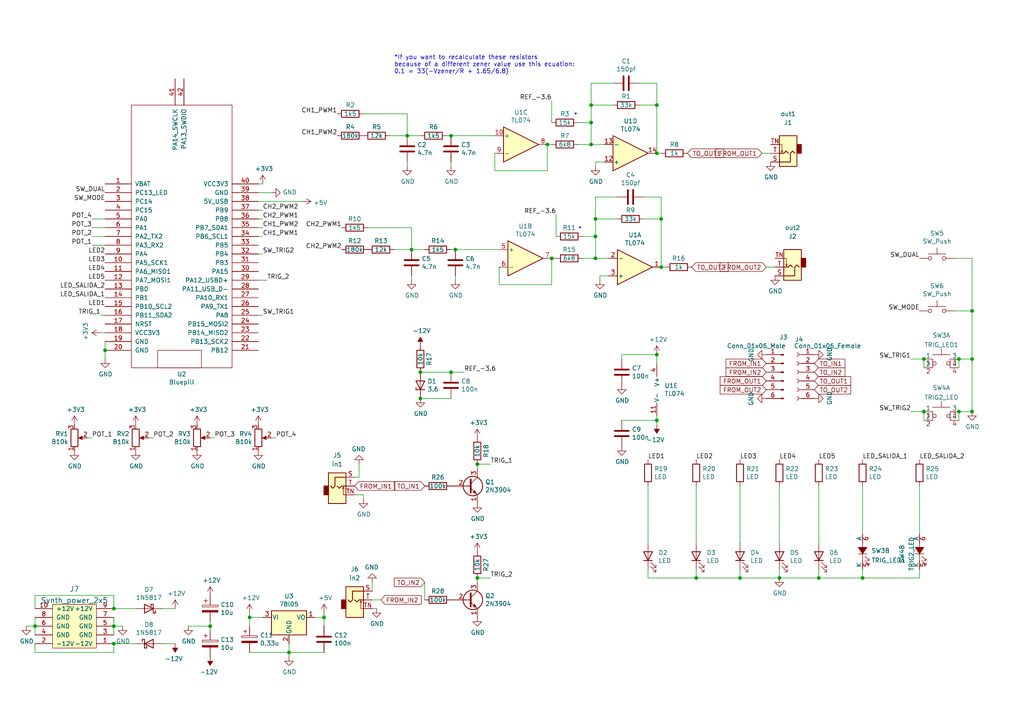
<source format=kicad_sch>
(kicad_sch (version 20211123) (generator eeschema)
  (paper "A4")
  (junction (at 278.13 119.38))
  (junction (at 190.5 44.45))
  (junction (at 171.45 41.91))
  (junction (at 130.81 39.37))
  (junction (at 171.45 35.56))
  (junction (at 267.97 104.14))
  (junction (at 138.43 167.64))
  (junction (at 33.02 186.69))
  (junction (at 250.19 167.64))
  (junction (at 130.81 107.95))
  (junction (at 172.72 74.93))
  (junction (at 121.92 115.57))
  (junction (at 33.02 181.61))
  (junction (at 190.5 102.87))
  (junction (at 33.02 176.53))
  (junction (at 191.77 77.47))
  (junction (at 60.96 181.61))
  (junction (at 190.5 30.48))
  (junction (at 278.13 104.14))
  (junction (at 30.48 101.6))
  (junction (at 190.5 121.92))
  (junction (at 10.16 181.61))
  (junction (at 72.39 179.07))
  (junction (at 214.63 167.64))
  (junction (at 119.38 72.39))
  (junction (at 121.92 107.95))
  (junction (at 172.72 68.58))
  (junction (at 267.97 119.38))
  (junction (at 83.82 189.23))
  (junction (at 171.45 30.48))
  (junction (at 132.08 72.39))
  (junction (at 281.94 104.14))
  (junction (at 237.49 167.64))
  (junction (at 281.94 90.17))
  (junction (at 93.98 179.07))
  (junction (at 118.11 39.37))
  (junction (at 191.77 63.5))
  (junction (at 158.75 41.91))
  (junction (at 160.02 74.93))
  (junction (at 138.43 134.62))
  (junction (at 172.72 63.5))
  (junction (at 226.06 167.64))
  (junction (at 201.93 167.64))
  (junction (at 281.94 119.38))
  (wire (pts (xy 10.16 179.07) (xy 10.16 181.61)))
  (wire (pts (xy 171.45 30.48) (xy 177.8 30.48)))
  (wire (pts (xy 102.87 138.43) (xy 104.14 138.43)))
  (wire (pts (xy 158.75 49.53) (xy 158.75 41.91)))
  (wire (pts (xy 10.16 189.23) (xy 33.02 189.23)))
  (wire (pts (xy 226.06 140.97) (xy 226.06 157.48)))
  (wire (pts (xy 191.77 63.5) (xy 191.77 77.47)))
  (wire (pts (xy 226.06 167.64) (xy 237.49 167.64)))
  (wire (pts (xy 185.42 30.48) (xy 190.5 30.48)))
  (wire (pts (xy 187.96 140.97) (xy 187.96 157.48)))
  (wire (pts (xy 172.72 46.99) (xy 175.26 46.99)))
  (wire (pts (xy 33.02 179.07) (xy 33.02 181.61)))
  (wire (pts (xy 105.41 143.51) (xy 105.41 144.78)))
  (wire (pts (xy 83.82 189.23) (xy 93.98 189.23)))
  (wire (pts (xy 121.92 115.57) (xy 130.81 115.57)))
  (wire (pts (xy 83.82 186.69) (xy 83.82 189.23)))
  (wire (pts (xy 190.5 121.92) (xy 190.5 120.65)))
  (wire (pts (xy 30.48 101.6) (xy 30.48 99.06)))
  (wire (pts (xy 50.8 176.53) (xy 46.99 176.53)))
  (wire (pts (xy 26.67 66.04) (xy 30.48 66.04)))
  (wire (pts (xy 167.64 35.56) (xy 171.45 35.56)))
  (wire (pts (xy 72.39 179.07) (xy 76.2 179.07)))
  (wire (pts (xy 33.02 172.72) (xy 33.02 176.53)))
  (wire (pts (xy 93.98 179.07) (xy 93.98 181.61)))
  (wire (pts (xy 76.2 68.58) (xy 74.93 68.58)))
  (wire (pts (xy 30.48 104.14) (xy 30.48 101.6)))
  (wire (pts (xy 264.16 119.38) (xy 267.97 119.38)))
  (wire (pts (xy 26.67 68.58) (xy 30.48 68.58)))
  (wire (pts (xy 214.63 140.97) (xy 214.63 157.48)))
  (wire (pts (xy 190.5 121.92) (xy 190.5 123.19)))
  (wire (pts (xy 74.93 63.5) (xy 76.2 63.5)))
  (wire (pts (xy 10.16 181.61) (xy 10.16 184.15)))
  (wire (pts (xy 76.2 73.66) (xy 74.93 73.66)))
  (wire (pts (xy 132.08 80.01) (xy 132.08 81.28)))
  (wire (pts (xy 237.49 167.64) (xy 250.19 167.64)))
  (wire (pts (xy 143.51 44.45) (xy 143.51 49.53)))
  (wire (pts (xy 266.7 167.64) (xy 266.7 165.1)))
  (wire (pts (xy 173.99 81.28) (xy 173.99 80.01)))
  (wire (pts (xy 105.41 33.02) (xy 118.11 33.02)))
  (wire (pts (xy 167.64 41.91) (xy 171.45 41.91)))
  (wire (pts (xy 278.13 104.14) (xy 278.13 106.68)))
  (wire (pts (xy 144.78 82.55) (xy 160.02 82.55)))
  (wire (pts (xy 113.03 39.37) (xy 118.11 39.37)))
  (wire (pts (xy 172.72 48.26) (xy 172.72 46.99)))
  (wire (pts (xy 278.13 104.14) (xy 281.94 104.14)))
  (wire (pts (xy 72.39 189.23) (xy 83.82 189.23)))
  (wire (pts (xy 119.38 80.01) (xy 119.38 81.28)))
  (wire (pts (xy 266.7 140.97) (xy 266.7 154.94)))
  (wire (pts (xy 191.77 57.15) (xy 191.77 63.5)))
  (wire (pts (xy 60.96 181.61) (xy 60.96 182.88)))
  (wire (pts (xy 119.38 66.04) (xy 119.38 72.39)))
  (wire (pts (xy 74.93 55.88) (xy 78.74 55.88)))
  (wire (pts (xy 93.98 177.8) (xy 93.98 179.07)))
  (wire (pts (xy 130.81 46.99) (xy 130.81 48.26)))
  (wire (pts (xy 130.81 107.95) (xy 134.62 107.95)))
  (wire (pts (xy 190.5 30.48) (xy 190.5 44.45)))
  (wire (pts (xy 267.97 104.14) (xy 267.97 106.68)))
  (wire (pts (xy 172.72 68.58) (xy 172.72 63.5)))
  (wire (pts (xy 276.86 74.93) (xy 281.94 74.93)))
  (wire (pts (xy 173.99 80.01) (xy 176.53 80.01)))
  (wire (pts (xy 107.95 168.91) (xy 107.95 171.45)))
  (wire (pts (xy 201.93 140.97) (xy 201.93 157.48)))
  (wire (pts (xy 74.93 66.04) (xy 76.2 66.04)))
  (wire (pts (xy 214.63 167.64) (xy 226.06 167.64)))
  (wire (pts (xy 46.99 186.69) (xy 50.8 186.69)))
  (wire (pts (xy 118.11 33.02) (xy 118.11 39.37)))
  (wire (pts (xy 33.02 189.23) (xy 33.02 186.69)))
  (wire (pts (xy 106.68 66.04) (xy 119.38 66.04)))
  (wire (pts (xy 143.51 49.53) (xy 158.75 49.53)))
  (wire (pts (xy 190.5 102.87) (xy 190.5 105.41)))
  (wire (pts (xy 190.5 24.13) (xy 190.5 30.48)))
  (wire (pts (xy 250.19 165.1) (xy 250.19 167.64)))
  (wire (pts (xy 114.3 72.39) (xy 119.38 72.39)))
  (wire (pts (xy 160.02 82.55) (xy 160.02 74.93)))
  (wire (pts (xy 187.96 167.64) (xy 201.93 167.64)))
  (wire (pts (xy 201.93 165.1) (xy 201.93 167.64)))
  (wire (pts (xy 281.94 104.14) (xy 281.94 90.17)))
  (wire (pts (xy 190.5 44.45) (xy 191.77 44.45)))
  (wire (pts (xy 237.49 140.97) (xy 237.49 157.48)))
  (wire (pts (xy 107.95 176.53) (xy 109.22 176.53)))
  (wire (pts (xy 250.19 167.64) (xy 266.7 167.64)))
  (wire (pts (xy 267.97 119.38) (xy 267.97 121.92)))
  (wire (pts (xy 168.91 68.58) (xy 172.72 68.58)))
  (wire (pts (xy 130.81 72.39) (xy 132.08 72.39)))
  (wire (pts (xy 281.94 90.17) (xy 281.94 74.93)))
  (wire (pts (xy 60.96 181.61) (xy 60.96 180.34)))
  (wire (pts (xy 62.23 127) (xy 60.96 127)))
  (wire (pts (xy 177.8 24.13) (xy 171.45 24.13)))
  (wire (pts (xy 33.02 186.69) (xy 39.37 186.69)))
  (wire (pts (xy 80.01 127) (xy 78.74 127)))
  (wire (pts (xy 226.06 165.1) (xy 226.06 167.64)))
  (wire (pts (xy 118.11 39.37) (xy 121.92 39.37)))
  (wire (pts (xy 104.14 134.62) (xy 104.14 138.43)))
  (wire (pts (xy 102.87 143.51) (xy 105.41 143.51)))
  (wire (pts (xy 264.16 104.14) (xy 267.97 104.14)))
  (wire (pts (xy 26.67 71.12) (xy 30.48 71.12)))
  (wire (pts (xy 29.21 91.44) (xy 30.48 91.44)))
  (wire (pts (xy 129.54 39.37) (xy 130.81 39.37)))
  (wire (pts (xy 138.43 134.62) (xy 138.43 135.89)))
  (wire (pts (xy 172.72 63.5) (xy 179.07 63.5)))
  (wire (pts (xy 107.95 173.99) (xy 110.49 173.99)))
  (wire (pts (xy 168.91 74.93) (xy 172.72 74.93)))
  (wire (pts (xy 158.75 41.91) (xy 160.02 41.91)))
  (wire (pts (xy 54.61 181.61) (xy 60.96 181.61)))
  (wire (pts (xy 10.16 172.72) (xy 33.02 172.72)))
  (wire (pts (xy 26.67 63.5) (xy 30.48 63.5)))
  (wire (pts (xy 72.39 181.61) (xy 72.39 179.07)))
  (wire (pts (xy 172.72 57.15) (xy 172.72 63.5)))
  (wire (pts (xy 250.19 140.97) (xy 250.19 154.94)))
  (wire (pts (xy 171.45 41.91) (xy 175.26 41.91)))
  (wire (pts (xy 276.86 90.17) (xy 281.94 90.17)))
  (wire (pts (xy 26.67 127) (xy 25.4 127)))
  (wire (pts (xy 172.72 68.58) (xy 172.72 74.93)))
  (wire (pts (xy 7.62 181.61) (xy 10.16 181.61)))
  (wire (pts (xy 180.34 102.87) (xy 180.34 104.14)))
  (wire (pts (xy 76.2 91.44) (xy 74.93 91.44)))
  (wire (pts (xy 132.08 72.39) (xy 144.78 72.39)))
  (wire (pts (xy 171.45 24.13) (xy 171.45 30.48)))
  (wire (pts (xy 278.13 119.38) (xy 281.94 119.38)))
  (wire (pts (xy 83.82 190.5) (xy 83.82 189.23)))
  (wire (pts (xy 10.16 176.53) (xy 10.16 172.72)))
  (wire (pts (xy 121.92 107.95) (xy 130.81 107.95)))
  (wire (pts (xy 220.98 44.45) (xy 223.52 44.45)))
  (wire (pts (xy 180.34 121.92) (xy 190.5 121.92)))
  (wire (pts (xy 74.93 53.34) (xy 76.2 53.34)))
  (wire (pts (xy 44.45 127) (xy 43.18 127)))
  (wire (pts (xy 171.45 35.56) (xy 171.45 41.91)))
  (wire (pts (xy 187.96 165.1) (xy 187.96 167.64)))
  (wire (pts (xy 161.29 62.23) (xy 161.29 68.58)))
  (wire (pts (xy 160.02 74.93) (xy 161.29 74.93)))
  (wire (pts (xy 222.25 77.47) (xy 224.79 77.47)))
  (wire (pts (xy 142.24 167.64) (xy 138.43 167.64)))
  (wire (pts (xy 191.77 77.47) (xy 193.04 77.47)))
  (wire (pts (xy 35.56 181.61) (xy 33.02 181.61)))
  (wire (pts (xy 190.5 102.87) (xy 180.34 102.87)))
  (wire (pts (xy 278.13 121.92) (xy 278.13 119.38)))
  (wire (pts (xy 276.86 104.14) (xy 278.13 104.14)))
  (wire (pts (xy 119.38 72.39) (xy 123.19 72.39)))
  (wire (pts (xy 144.78 77.47) (xy 144.78 82.55)))
  (wire (pts (xy 171.45 35.56) (xy 171.45 30.48)))
  (wire (pts (xy 118.11 46.99) (xy 118.11 48.26)))
  (wire (pts (xy 76.2 60.96) (xy 74.93 60.96)))
  (wire (pts (xy 29.21 96.52) (xy 30.48 96.52)))
  (wire (pts (xy 72.39 177.8) (xy 72.39 179.07)))
  (wire (pts (xy 201.93 167.64) (xy 214.63 167.64)))
  (wire (pts (xy 77.47 81.28) (xy 74.93 81.28)))
  (wire (pts (xy 130.81 39.37) (xy 143.51 39.37)))
  (wire (pts (xy 142.24 134.62) (xy 138.43 134.62)))
  (wire (pts (xy 186.69 57.15) (xy 191.77 57.15)))
  (wire (pts (xy 186.69 63.5) (xy 191.77 63.5)))
  (wire (pts (xy 214.63 165.1) (xy 214.63 167.64)))
  (wire (pts (xy 237.49 167.64) (xy 237.49 165.1)))
  (wire (pts (xy 74.93 58.42) (xy 87.63 58.42)))
  (wire (pts (xy 10.16 186.69) (xy 10.16 189.23)))
  (wire (pts (xy 123.19 168.91) (xy 123.19 173.99)))
  (wire (pts (xy 281.94 119.38) (xy 281.94 104.14)))
  (wire (pts (xy 33.02 176.53) (xy 39.37 176.53)))
  (wire (pts (xy 91.44 179.07) (xy 93.98 179.07)))
  (wire (pts (xy 138.43 167.64) (xy 138.43 168.91)))
  (wire (pts (xy 160.02 29.21) (xy 160.02 35.56)))
  (wire (pts (xy 33.02 181.61) (xy 33.02 184.15)))
  (wire (pts (xy 185.42 24.13) (xy 190.5 24.13)))
  (wire (pts (xy 172.72 74.93) (xy 176.53 74.93)))
  (wire (pts (xy 179.07 57.15) (xy 172.72 57.15)))
  (text "*" (at 167.64 67.31 0) (effects (font (size 1.27 1.27)) (justify left bottom)))
  (text "*" (at 166.37 34.29 0) (effects (font (size 1.27 1.27)) (justify left bottom)))
  (text "*If you want to recalculate these resistors \nbecause of a different zener value use this ecuation:\n0.1 = 33(-Vzener/R + 1.65/6.8)" (at 114.3 21.59 0) (effects (font (size 1.27 1.27)) (justify left bottom)))
  (label "LED5" (at 237.49 133.35 0))
  (label "TRIG_1" (at 29.21 91.44 180))
  (label "REF_-3.6" (at 161.29 62.23 180))
  (label "POT_1" (at 26.67 71.12 180))
  (label "SW_DUAL" (at 30.48 55.88 180))
  (label "TRIG_1" (at 142.24 134.62 0))
  (label "CH1_PWM2" (at 97.79 39.37 180))
  (label "POT_3" (at 62.23 127 0))
  (label "CH2_PWM1" (at 99.06 66.04 180))
  (label "LED1" (at 187.96 133.35 0))
  (label "SW_MODE" (at 30.48 58.42 180))
  (label "SW_MODE" (at 266.7 90.17 180))
  (label "SW_TRIG1" (at 76.2 91.44 0))
  (label "SW_TRIG2" (at 76.2 73.66 0))
  (label "LED2" (at 30.48 73.66 180))
  (label "POT_4" (at 80.01 127 0))
  (label "CH2_PWM2" (at 76.2 60.96 0))
  (label "LED1" (at 30.48 88.9 180))
  (label "SW_TRIG1" (at 264.16 104.14 180))
  (label "LED_SALIDA_1" (at 250.19 133.35 0))
  (label "POT_4" (at 26.67 63.5 180))
  (label "CH1_PWM1" (at 97.79 33.02 180))
  (label "POT_2" (at 26.67 68.58 180))
  (label "CH2_PWM1" (at 76.2 63.5 0))
  (label "LED3" (at 214.63 133.35 0))
  (label "TRIG_2" (at 77.47 81.28 0))
  (label "LED_SALIDA_2" (at 30.48 83.82 180))
  (label "LED_SALIDA_1" (at 30.48 86.36 180))
  (label "POT_1" (at 26.67 127 0))
  (label "LED4" (at 226.06 133.35 0))
  (label "TRIG_2" (at 142.24 167.64 0))
  (label "CH1_PWM2" (at 76.2 66.04 0))
  (label "LED5" (at 30.48 81.28 180))
  (label "POT_3" (at 26.67 66.04 180))
  (label "CH2_PWM2" (at 99.06 72.39 180))
  (label "SW_TRIG2" (at 264.16 119.38 180))
  (label "REF_-3.6" (at 134.62 107.95 0))
  (label "LED2" (at 201.93 133.35 0))
  (label "LED4" (at 30.48 78.74 180))
  (label "POT_2" (at 44.45 127 0))
  (label "SW_DUAL" (at 266.7 74.93 180))
  (label "LED3" (at 30.48 76.2 180))
  (label "REF_-3.6" (at 160.02 29.21 180))
  (label "CH1_PWM1" (at 76.2 68.58 0))
  (label "LED_SALIDA_2" (at 266.7 133.35 0))
  (global_label "FROM_IN1" (shape input) (at 222.25 105.41 180) (property "Intersheet References" "${INTERSHEET_REFS}" (effects hide)))
  (global_label "FROM_OUT2" (shape input) (at 222.25 113.03 180) (property "Intersheet References" "${INTERSHEET_REFS}" (effects hide)))
  (global_label "TO_IN1" (shape input) (at 236.22 105.41 0) (property "Intersheet References" "${INTERSHEET_REFS}" (effects hide)))
  (global_label "TO_IN2" (shape input) (at 236.22 107.95 0) (property "Intersheet References" "${INTERSHEET_REFS}" (effects hide)))
  (global_label "TO_OUT1" (shape input) (at 199.39 44.45 0) (property "Intersheet References" "${INTERSHEET_REFS}" (effects hide)))
  (global_label "FROM_OUT1" (shape input) (at 220.98 44.45 180) (property "Intersheet References" "${INTERSHEET_REFS}" (effects hide)))
  (global_label "FROM_IN2" (shape input) (at 222.25 107.95 180) (property "Intersheet References" "${INTERSHEET_REFS}" (effects hide)))
  (global_label "TO_OUT2" (shape input) (at 200.66 77.47 0) (property "Intersheet References" "${INTERSHEET_REFS}" (effects hide)))
  (global_label "TO_IN2" (shape input) (at 123.19 168.91 180) (property "Intersheet References" "${INTERSHEET_REFS}" (effects hide)))
  (global_label "FROM_OUT2" (shape input) (at 222.25 77.47 180) (property "Intersheet References" "${INTERSHEET_REFS}" (effects hide)))
  (global_label "FROM_IN1" (shape input) (at 102.87 140.97 0) (property "Intersheet References" "${INTERSHEET_REFS}" (effects hide)))
  (global_label "TO_IN1" (shape input) (at 123.19 140.97 180) (property "Intersheet References" "${INTERSHEET_REFS}" (effects hide)))
  (global_label "FROM_IN2" (shape input) (at 110.49 173.99 0) (property "Intersheet References" "${INTERSHEET_REFS}" (effects hide)))
  (global_label "TO_OUT1" (shape input) (at 236.22 110.49 0) (property "Intersheet References" "${INTERSHEET_REFS}" (effects hide)))
  (global_label "TO_OUT2" (shape input) (at 236.22 113.03 0) (property "Intersheet References" "${INTERSHEET_REFS}" (effects hide)))
  (global_label "FROM_OUT1" (shape input) (at 222.25 110.49 180) (property "Intersheet References" "${INTERSHEET_REFS}" (effects hide)))
  (symbol (lib_id "bluepill_breakouts:BluePill_STM32F103C") (at 52.07 71.12 0) (unit 1)
    (property "Reference" "U2" (at 52.705 108.5342 0))
    (property "Value" "Bluepill" (at 52.705 110.8456 0))
    (property "Footprint" "ao_tht:BluePill_STM32F103C" (effects hide))
    (property "Datasheet" "http://www.ti.com/lit/ds/symlink/tl071.pdf" (effects hide))
  )
  (symbol (lib_id "power:-12V") (at 50.8 186.69 180) (unit 1)
    (property "Reference" "#PWR049" (effects hide))
    (property "Value" "-12V" (at 50.419 191.0842 0))
  )
  (symbol (lib_id "Diode:1N5817") (at 43.18 186.69 0) (unit 1)
    (property "Reference" "D8" (at 43.18 181.1782 0))
    (property "Value" "1N5817" (at 43.18 183.4896 0))
    (property "Footprint" "ao_tht:D_DO-41_SOD81_P10.16mm_Horizontal" (effects hide))
    (property "Datasheet" "http://www.vishay.com/docs/88525/1n5817.pdf" (effects hide))
  )
  (symbol (lib_id "Diode:1N5817") (at 43.18 176.53 180) (unit 1)
    (property "Reference" "D7" (at 43.18 171.0182 0))
    (property "Value" "1N5817" (at 43.18 173.3296 0))
    (property "Footprint" "ao_tht:D_DO-41_SOD81_P10.16mm_Horizontal" (effects hide))
    (property "Datasheet" "http://www.vishay.com/docs/88525/1n5817.pdf" (effects hide))
  )
  (symbol (lib_id "power:+12V") (at 50.8 176.53 0) (unit 1)
    (property "Reference" "#PWR041" (effects hide))
    (property "Value" "+12V" (at 51.181 172.1358 0))
  )
  (symbol (lib_id "power:GND") (at 7.62 181.61 0) (unit 1)
    (property "Reference" "#PWR046" (effects hide))
    (property "Value" "GND" (at 7.747 186.0042 0))
  )
  (symbol (lib_id "power:GND") (at 35.56 181.61 0) (unit 1)
    (property "Reference" "#PWR047" (effects hide))
    (property "Value" "GND" (at 35.687 186.0042 0))
  )
  (symbol (lib_id "Device:CP") (at 60.96 176.53 0) (unit 1)
    (property "Reference" "C10" (at 63.9572 175.3616 0) (effects (justify left)))
    (property "Value" "10u" (at 63.9572 177.673 0) (effects (justify left)))
    (property "Footprint" "ao_tht:CP_Radial_horizontalflat_D5mm_P2.50mm_H10mm_south" (effects hide))
  )
  (symbol (lib_id "Device:CP") (at 60.96 186.69 0) (unit 1)
    (property "Reference" "C13" (at 63.9572 185.5216 0) (effects (justify left)))
    (property "Value" "10u" (at 63.9572 187.833 0) (effects (justify left)))
    (property "Footprint" "ao_tht:CP_Radial_horizontalflat_D5mm_P2.50mm_H10mm_south" (effects hide))
  )
  (symbol (lib_id "power:GND") (at 54.61 181.61 0) (unit 1)
    (property "Reference" "#PWR048" (effects hide))
    (property "Value" "GND" (at 54.737 186.0042 0))
  )
  (symbol (lib_id "power:-12V") (at 60.96 190.5 180) (unit 1)
    (property "Reference" "#PWR050" (effects hide))
    (property "Value" "-12V" (at 60.579 194.8942 0))
  )
  (symbol (lib_id "power:+12V") (at 60.96 172.72 0) (unit 1)
    (property "Reference" "#PWR040" (effects hide))
    (property "Value" "+12V" (at 61.341 168.3258 0))
  )
  (symbol (lib_id "Regulator_Linear:L78L05_TO92") (at 83.82 179.07 0) (unit 1)
    (property "Reference" "U3" (at 83.82 172.9232 0))
    (property "Value" "78l05" (at 83.82 175.2346 0))
    (property "Footprint" "Package_TO_SOT_THT:TO-220-3_Horizontal_TabDown" (effects hide))
    (property "Datasheet" "http://www.ti.com/lit/ds/symlink/tl071.pdf" (effects hide))
  )
  (symbol (lib_id "power:GND") (at 83.82 190.5 0) (unit 1)
    (property "Reference" "#PWR051" (effects hide))
    (property "Value" "GND" (at 83.947 194.8942 0))
  )
  (symbol (lib_id "Device:CP") (at 72.39 185.42 0) (unit 1)
    (property "Reference" "C11" (at 75.3872 184.2516 0) (effects (justify left)))
    (property "Value" "0.33u" (at 75.3872 186.563 0) (effects (justify left)))
    (property "Footprint" "ao_tht:CP_Radial_horizontalflat_D5mm_P2.50mm_H10mm_south" (effects hide))
  )
  (symbol (lib_id "power:+12V") (at 72.39 177.8 0) (unit 1)
    (property "Reference" "#PWR043" (effects hide))
    (property "Value" "+12V" (at 72.771 173.4058 0))
  )
  (symbol (lib_id "Device:C") (at 93.98 185.42 0) (unit 1)
    (property "Reference" "C12" (at 96.901 184.2516 0) (effects (justify left)))
    (property "Value" "100n" (at 96.901 186.563 0) (effects (justify left)))
    (property "Footprint" "ao_tht:C_Disc_D3.0mm_W1.6mm_P2.50mm" (effects hide))
  )
  (symbol (lib_id "power:+5V") (at 93.98 177.8 0) (unit 1)
    (property "Reference" "#PWR044" (effects hide))
    (property "Value" "+5V" (at 94.361 173.4058 0))
  )
  (symbol (lib_id "Device:R_POT") (at 21.59 127 0) (mirror x) (unit 1)
    (property "Reference" "RV1" (at 19.812 125.8316 0) (effects (justify right)))
    (property "Value" "B10k" (at 19.812 128.143 0) (effects (justify right)))
    (property "Footprint" "ao_tht:Potentiometer_Alpha_RD901F-40-00D_Single_Vertical_centered" (effects hide))
  )
  (symbol (lib_id "power:+3.3V") (at 76.2 53.34 0) (unit 1)
    (property "Reference" "#PWR05" (effects hide))
    (property "Value" "+3.3V" (at 76.581 48.9458 0))
  )
  (symbol (lib_id "power:+3.3V") (at 21.59 123.19 0) (unit 1)
    (property "Reference" "#PWR023" (effects hide))
    (property "Value" "+3.3V" (at 21.971 118.7958 0))
  )
  (symbol (lib_id "power:GND") (at 21.59 130.81 0) (unit 1)
    (property "Reference" "#PWR030" (effects hide))
    (property "Value" "GND" (at 21.717 135.2042 0))
  )
  (symbol (lib_id "Device:R_POT") (at 39.37 127 0) (mirror x) (unit 1)
    (property "Reference" "RV2" (at 37.592 125.8316 0) (effects (justify right)))
    (property "Value" "B10k" (at 37.592 128.143 0) (effects (justify right)))
    (property "Footprint" "ao_tht:Potentiometer_Alpha_RD901F-40-00D_Single_Vertical_centered" (effects hide))
  )
  (symbol (lib_id "power:+3.3V") (at 39.37 123.19 0) (unit 1)
    (property "Reference" "#PWR024" (effects hide))
    (property "Value" "+3.3V" (at 39.751 118.7958 0))
  )
  (symbol (lib_id "power:GND") (at 39.37 130.81 0) (unit 1)
    (property "Reference" "#PWR031" (effects hide))
    (property "Value" "GND" (at 39.497 135.2042 0))
  )
  (symbol (lib_id "Device:R_POT") (at 57.15 127 0) (mirror x) (unit 1)
    (property "Reference" "RV3" (at 55.372 125.8316 0) (effects (justify right)))
    (property "Value" "B10k" (at 55.372 128.143 0) (effects (justify right)))
    (property "Footprint" "ao_tht:Potentiometer_Alpha_RD901F-40-00D_Single_Vertical_centered" (effects hide))
  )
  (symbol (lib_id "power:+3.3V") (at 57.15 123.19 0) (unit 1)
    (property "Reference" "#PWR025" (effects hide))
    (property "Value" "+3.3V" (at 57.531 118.7958 0))
  )
  (symbol (lib_id "power:GND") (at 57.15 130.81 0) (unit 1)
    (property "Reference" "#PWR032" (effects hide))
    (property "Value" "GND" (at 57.277 135.2042 0))
  )
  (symbol (lib_id "Device:R_POT") (at 74.93 127 0) (mirror x) (unit 1)
    (property "Reference" "RV4" (at 73.152 125.8316 0) (effects (justify right)))
    (property "Value" "B10k" (at 73.152 128.143 0) (effects (justify right)))
    (property "Footprint" "ao_tht:Potentiometer_Alpha_RD901F-40-00D_Single_Vertical_centered" (effects hide))
  )
  (symbol (lib_id "power:+3.3V") (at 74.93 123.19 0) (unit 1)
    (property "Reference" "#PWR026" (effects hide))
    (property "Value" "+3.3V" (at 75.311 118.7958 0))
  )
  (symbol (lib_id "power:GND") (at 74.93 130.81 0) (unit 1)
    (property "Reference" "#PWR033" (effects hide))
    (property "Value" "GND" (at 75.057 135.2042 0))
  )
  (symbol (lib_id "power:+3.3V") (at 29.21 96.52 90) (unit 1)
    (property "Reference" "#PWR012" (effects hide))
    (property "Value" "+3.3V" (at 24.8158 96.139 0))
  )
  (symbol (lib_id "Connector:AudioJack2_SwitchT") (at 97.79 140.97 0) (unit 1)
    (property "Reference" "J5" (at 97.79 132.08 0))
    (property "Value" "in1" (at 97.79 134.62 0))
    (property "Footprint" "ao_tht:Jack_6.35mm_PJ_629HAN_slots" (effects hide))
  )
  (symbol (lib_id "Transistor_BJT:2N3904") (at 135.89 140.97 0) (unit 1)
    (property "Reference" "Q1" (at 140.716 139.8016 0) (effects (justify left)))
    (property "Value" "2N3904" (at 140.716 142.113 0) (effects (justify left)))
    (property "Footprint" "ao_tht:TO-92_Inline_Wide" (effects hide))
    (property "Datasheet" "https://www.fairchildsemi.com/datasheets/2N/2N3904.pdf" (effects hide))
  )
  (symbol (lib_id "Device:R") (at 127 140.97 90) (unit 1)
    (property "Reference" "R26" (at 127 138.43 90))
    (property "Value" "100k" (at 127 140.97 90))
    (property "Footprint" "ao_tht:R_Axial_DIN0207_L6.3mm_D2.5mm_P2.54mm_Vertical" (effects hide))
  )
  (symbol (lib_id "power:GND") (at 138.43 146.05 0) (unit 1)
    (property "Reference" "#PWR036" (effects hide))
    (property "Value" "GND" (at 138.557 150.4442 0))
  )
  (symbol (lib_id "Device:R") (at 138.43 130.81 0) (unit 1)
    (property "Reference" "R18" (at 140.97 130.81 90))
    (property "Value" "10k" (at 138.43 130.81 90))
    (property "Footprint" "ao_tht:R_Axial_DIN0207_L6.3mm_D2.5mm_P2.54mm_Vertical" (effects hide))
  )
  (symbol (lib_id "power:+3.3V") (at 138.43 127 0) (unit 1)
    (property "Reference" "#PWR028" (effects hide))
    (property "Value" "+3.3V" (at 138.811 122.6058 0))
  )
  (symbol (lib_id "Connector:AudioJack2_SwitchT") (at 102.87 173.99 0) (unit 1)
    (property "Reference" "J6" (at 102.87 165.1 0))
    (property "Value" "in2" (at 102.87 167.64 0))
    (property "Footprint" "ao_tht:Jack_6.35mm_PJ_629HAN_slots" (effects hide))
  )
  (symbol (lib_id "Transistor_BJT:2N3904") (at 135.89 173.99 0) (unit 1)
    (property "Reference" "Q2" (at 140.716 172.8216 0) (effects (justify left)))
    (property "Value" "2N3904" (at 140.716 175.133 0) (effects (justify left)))
    (property "Footprint" "ao_tht:TO-92_Inline_Wide" (effects hide))
    (property "Datasheet" "https://www.fairchildsemi.com/datasheets/2N/2N3904.pdf" (effects hide))
  )
  (symbol (lib_id "Device:R") (at 127 173.99 90) (unit 1)
    (property "Reference" "R28" (at 127 171.45 90))
    (property "Value" "100k" (at 127 173.99 90))
    (property "Footprint" "ao_tht:R_Axial_DIN0207_L6.3mm_D2.5mm_P2.54mm_Vertical" (effects hide))
  )
  (symbol (lib_id "power:GND") (at 138.43 179.07 0) (unit 1)
    (property "Reference" "#PWR045" (effects hide))
    (property "Value" "GND" (at 138.557 183.4642 0))
  )
  (symbol (lib_id "Device:R") (at 138.43 163.83 0) (unit 1)
    (property "Reference" "R27" (at 140.97 163.83 90))
    (property "Value" "10k" (at 138.43 163.83 90))
    (property "Footprint" "ao_tht:R_Axial_DIN0207_L6.3mm_D2.5mm_P2.54mm_Vertical" (effects hide))
  )
  (symbol (lib_id "power:+3.3V") (at 138.43 160.02 0) (unit 1)
    (property "Reference" "#PWR037" (effects hide))
    (property "Value" "+3.3V" (at 138.811 155.6258 0))
  )
  (symbol (lib_id "power:GND") (at 30.48 104.14 0) (unit 1)
    (property "Reference" "#PWR017" (effects hide))
    (property "Value" "GND" (at 30.607 108.5342 0))
  )
  (symbol (lib_id "power:GND") (at 78.74 55.88 90) (unit 1)
    (property "Reference" "#PWR06" (effects hide))
    (property "Value" "GND" (at 81.9912 55.753 90) (effects (justify right)))
  )
  (symbol (lib_id "power:+5V") (at 87.63 58.42 270) (unit 1)
    (property "Reference" "#PWR07" (effects hide))
    (property "Value" "+5V" (at 90.8812 58.801 90) (effects (justify left)))
  )
  (symbol (lib_id "Device:LED") (at 187.96 161.29 90) (unit 1)
    (property "Reference" "D2" (at 190.9572 160.2994 90) (effects (justify right)))
    (property "Value" "LED" (at 190.9572 162.6108 90) (effects (justify right)))
    (property "Footprint" "LED_THT:LED_D3.0mm_FlatTop" (effects hide))
  )
  (symbol (lib_id "Device:LED") (at 201.93 161.29 90) (unit 1)
    (property "Reference" "D3" (at 204.9272 160.2994 90) (effects (justify right)))
    (property "Value" "LED" (at 204.9272 162.6108 90) (effects (justify right)))
    (property "Footprint" "LED_THT:LED_D3.0mm_FlatTop" (effects hide))
  )
  (symbol (lib_id "Device:LED") (at 214.63 161.29 90) (unit 1)
    (property "Reference" "D4" (at 217.6272 160.2994 90) (effects (justify right)))
    (property "Value" "LED" (at 217.6272 162.6108 90) (effects (justify right)))
    (property "Footprint" "LED_THT:LED_D3.0mm_FlatTop" (effects hide))
  )
  (symbol (lib_id "Device:LED") (at 226.06 161.29 90) (unit 1)
    (property "Reference" "D5" (at 229.0572 160.2994 90) (effects (justify right)))
    (property "Value" "LED" (at 229.0572 162.6108 90) (effects (justify right)))
    (property "Footprint" "LED_THT:LED_D3.0mm_FlatTop" (effects hide))
  )
  (symbol (lib_id "Device:LED") (at 237.49 161.29 90) (unit 1)
    (property "Reference" "D6" (at 240.4872 160.2994 90) (effects (justify right)))
    (property "Value" "LED" (at 240.4872 162.6108 90) (effects (justify right)))
    (property "Footprint" "LED_THT:LED_D3.0mm_FlatTop" (effects hide))
  )
  (symbol (lib_id "Device:R") (at 187.96 137.16 0) (unit 1)
    (property "Reference" "R19" (at 189.738 135.9916 0) (effects (justify left)))
    (property "Value" "LED" (at 189.738 138.303 0) (effects (justify left)))
    (property "Footprint" "ao_tht:R_Axial_DIN0207_L6.3mm_D2.5mm_P2.54mm_Vertical" (effects hide))
  )
  (symbol (lib_id "Device:R") (at 201.93 137.16 0) (unit 1)
    (property "Reference" "R20" (at 203.708 135.9916 0) (effects (justify left)))
    (property "Value" "LED" (at 203.708 138.303 0) (effects (justify left)))
    (property "Footprint" "ao_tht:R_Axial_DIN0207_L6.3mm_D2.5mm_P2.54mm_Vertical" (effects hide))
  )
  (symbol (lib_id "Device:R") (at 214.63 137.16 0) (unit 1)
    (property "Reference" "R21" (at 216.408 135.9916 0) (effects (justify left)))
    (property "Value" "LED" (at 216.408 138.303 0) (effects (justify left)))
    (property "Footprint" "ao_tht:R_Axial_DIN0207_L6.3mm_D2.5mm_P2.54mm_Vertical" (effects hide))
  )
  (symbol (lib_id "Device:R") (at 226.06 137.16 0) (unit 1)
    (property "Reference" "R22" (at 227.838 135.9916 0) (effects (justify left)))
    (property "Value" "LED" (at 227.838 138.303 0) (effects (justify left)))
    (property "Footprint" "ao_tht:R_Axial_DIN0207_L6.3mm_D2.5mm_P2.54mm_Vertical" (effects hide))
  )
  (symbol (lib_id "Device:R") (at 237.49 137.16 0) (unit 1)
    (property "Reference" "R23" (at 239.268 135.9916 0) (effects (justify left)))
    (property "Value" "LED" (at 239.268 138.303 0) (effects (justify left)))
    (property "Footprint" "ao_tht:R_Axial_DIN0207_L6.3mm_D2.5mm_P2.54mm_Vertical" (effects hide))
  )
  (symbol (lib_id "Device:R") (at 250.19 137.16 0) (unit 1)
    (property "Reference" "R24" (at 251.968 135.9916 0) (effects (justify left)))
    (property "Value" "LED" (at 251.968 138.303 0) (effects (justify left)))
    (property "Footprint" "ao_tht:R_Axial_DIN0207_L6.3mm_D2.5mm_P2.54mm_Vertical" (effects hide))
  )
  (symbol (lib_id "Device:R") (at 266.7 137.16 0) (unit 1)
    (property "Reference" "R25" (at 268.478 135.9916 0) (effects (justify left)))
    (property "Value" "LED" (at 268.478 138.303 0) (effects (justify left)))
    (property "Footprint" "ao_tht:R_Axial_DIN0207_L6.3mm_D2.5mm_P2.54mm_Vertical" (effects hide))
  )
  (symbol (lib_id "Device:R") (at 101.6 33.02 270) (unit 1)
    (property "Reference" "R2" (at 101.6 30.48 90))
    (property "Value" "1k5" (at 101.6 33.02 90))
    (property "Footprint" "ao_tht:R_Axial_DIN0207_L6.3mm_D2.5mm_P10.16mm_Horizontal" (effects hide))
  )
  (symbol (lib_id "Device:R") (at 101.6 39.37 270) (unit 1)
    (property "Reference" "R4" (at 101.6 36.83 90))
    (property "Value" "180k" (at 101.6 39.37 90))
    (property "Footprint" "ao_tht:R_Axial_DIN0207_L6.3mm_D2.5mm_P10.16mm_Horizontal" (effects hide))
  )
  (symbol (lib_id "Device:R") (at 109.22 39.37 270) (unit 1)
    (property "Reference" "R5" (at 109.22 36.83 90))
    (property "Value" "12k" (at 109.22 39.37 90))
    (property "Footprint" "ao_tht:R_Axial_DIN0207_L6.3mm_D2.5mm_P10.16mm_Horizontal" (effects hide))
  )
  (symbol (lib_id "Device:C") (at 118.11 43.18 0) (unit 1)
    (property "Reference" "C2" (at 121.031 42.0116 0) (effects (justify left)))
    (property "Value" "4.7n" (at 121.031 44.323 0) (effects (justify left)))
    (property "Footprint" "ao_tht:C_Disc_D3.0mm_W1.6mm_P2.50mm" (effects hide))
  )
  (symbol (lib_id "Device:R") (at 125.73 39.37 270) (unit 1)
    (property "Reference" "R6" (at 125.73 36.83 90))
    (property "Value" "1k5" (at 125.73 39.37 90))
    (property "Footprint" "ao_tht:R_Axial_DIN0207_L6.3mm_D2.5mm_P10.16mm_Horizontal" (effects hide))
  )
  (symbol (lib_id "Device:C") (at 130.81 43.18 0) (unit 1)
    (property "Reference" "C3" (at 133.731 42.0116 0) (effects (justify left)))
    (property "Value" "4.7n" (at 133.731 44.323 0) (effects (justify left)))
    (property "Footprint" "ao_tht:C_Disc_D3.0mm_W1.6mm_P2.50mm" (effects hide))
  )
  (symbol (lib_id "power:GND") (at 118.11 48.26 0) (unit 1)
    (property "Reference" "#PWR02" (effects hide))
    (property "Value" "GND" (at 118.237 52.6542 0))
  )
  (symbol (lib_id "power:GND") (at 130.81 48.26 0) (unit 1)
    (property "Reference" "#PWR03" (effects hide))
    (property "Value" "GND" (at 130.937 52.6542 0))
  )
  (symbol (lib_id "Amplifier_Operational:TL074") (at 152.4 74.93 0) (unit 2)
    (property "Reference" "U1" (at 152.4 65.6082 0))
    (property "Value" "TL074" (at 152.4 67.9196 0))
    (property "Footprint" "Package_DIP:DIP-14_W7.62mm_Socket_LongPads" (effects hide))
    (property "Datasheet" "http://www.ti.com/lit/ds/symlink/tl071.pdf" (effects hide))
  )
  (symbol (lib_id "Device:R") (at 163.83 41.91 270) (unit 1)
    (property "Reference" "R7" (at 163.83 39.37 90))
    (property "Value" "6k8" (at 163.83 41.91 90))
    (property "Footprint" "ao_tht:R_Axial_DIN0207_L6.3mm_D2.5mm_P10.16mm_Horizontal" (effects hide))
  )
  (symbol (lib_id "Amplifier_Operational:TL074") (at 184.15 77.47 0) (mirror x) (unit 1)
    (property "Reference" "U1" (at 184.15 68.1482 0))
    (property "Value" "TL074" (at 184.15 70.4596 0))
    (property "Footprint" "Package_DIP:DIP-14_W7.62mm_Socket_LongPads" (effects hide))
    (property "Datasheet" "http://www.ti.com/lit/ds/symlink/tl071.pdf" (effects hide))
  )
  (symbol (lib_id "Device:R") (at 163.83 35.56 270) (unit 1)
    (property "Reference" "R3" (at 163.83 33.02 90))
    (property "Value" "15k" (at 163.83 35.56 90))
    (property "Footprint" "ao_tht:R_Axial_DIN0207_L6.3mm_D2.5mm_P10.16mm_Horizontal" (effects hide))
  )
  (symbol (lib_id "Device:R") (at 181.61 30.48 270) (unit 1)
    (property "Reference" "R1" (at 181.61 27.94 90))
    (property "Value" "33k" (at 181.61 30.48 90))
    (property "Footprint" "ao_tht:R_Axial_DIN0207_L6.3mm_D2.5mm_P10.16mm_Horizontal" (effects hide))
  )
  (symbol (lib_id "power:GND") (at 172.72 48.26 0) (unit 1)
    (property "Reference" "#PWR04" (effects hide))
    (property "Value" "GND" (at 172.847 52.6542 0))
  )
  (symbol (lib_id "Device:R") (at 195.58 44.45 270) (unit 1)
    (property "Reference" "R8" (at 195.58 41.91 90))
    (property "Value" "1k" (at 195.58 44.45 90))
    (property "Footprint" "ao_tht:R_Axial_DIN0207_L6.3mm_D2.5mm_P10.16mm_Horizontal" (effects hide))
  )
  (symbol (lib_id "Connector:AudioJack2_SwitchT") (at 228.6 44.45 180) (unit 1)
    (property "Reference" "J1" (at 228.6 35.56 0))
    (property "Value" "out1" (at 228.6 33.02 0))
    (property "Footprint" "ao_tht:Jack_6.35mm_PJ_629HAN_slots" (effects hide))
  )
  (symbol (lib_id "Device:R") (at 102.87 66.04 270) (unit 1)
    (property "Reference" "R10" (at 102.87 63.5 90))
    (property "Value" "1k5" (at 102.87 66.04 90))
    (property "Footprint" "ao_tht:R_Axial_DIN0207_L6.3mm_D2.5mm_P10.16mm_Horizontal" (effects hide))
  )
  (symbol (lib_id "Device:R") (at 102.87 72.39 270) (unit 1)
    (property "Reference" "R12" (at 102.87 69.85 90))
    (property "Value" "180k" (at 102.87 72.39 90))
    (property "Footprint" "ao_tht:R_Axial_DIN0207_L6.3mm_D2.5mm_P10.16mm_Horizontal" (effects hide))
  )
  (symbol (lib_id "Device:R") (at 110.49 72.39 270) (unit 1)
    (property "Reference" "R13" (at 110.49 69.85 90))
    (property "Value" "12k" (at 110.49 72.39 90))
    (property "Footprint" "ao_tht:R_Axial_DIN0207_L6.3mm_D2.5mm_P10.16mm_Horizontal" (effects hide))
  )
  (symbol (lib_id "Device:C") (at 119.38 76.2 0) (unit 1)
    (property "Reference" "C5" (at 122.301 75.0316 0) (effects (justify left)))
    (property "Value" "4.7n" (at 122.301 77.343 0) (effects (justify left)))
    (property "Footprint" "ao_tht:C_Disc_D3.0mm_W1.6mm_P2.50mm" (effects hide))
  )
  (symbol (lib_id "Device:R") (at 127 72.39 270) (unit 1)
    (property "Reference" "R14" (at 127 69.85 90))
    (property "Value" "1k5" (at 127 72.39 90))
    (property "Footprint" "ao_tht:R_Axial_DIN0207_L6.3mm_D2.5mm_P10.16mm_Horizontal" (effects hide))
  )
  (symbol (lib_id "Device:C") (at 132.08 76.2 0) (unit 1)
    (property "Reference" "C6" (at 135.001 75.0316 0) (effects (justify left)))
    (property "Value" "4.7n" (at 135.001 77.343 0) (effects (justify left)))
    (property "Footprint" "ao_tht:C_Disc_D3.0mm_W1.6mm_P2.50mm" (effects hide))
  )
  (symbol (lib_id "power:GND") (at 119.38 81.28 0) (unit 1)
    (property "Reference" "#PWR09" (effects hide))
    (property "Value" "GND" (at 119.507 85.6742 0))
  )
  (symbol (lib_id "power:GND") (at 132.08 81.28 0) (unit 1)
    (property "Reference" "#PWR010" (effects hide))
    (property "Value" "GND" (at 132.207 85.6742 0))
  )
  (symbol (lib_id "Amplifier_Operational:TL074") (at 151.13 41.91 0) (unit 3)
    (property "Reference" "U1" (at 151.13 32.5882 0))
    (property "Value" "TL074" (at 151.13 34.8996 0))
    (property "Footprint" "Package_DIP:DIP-14_W7.62mm_Socket_LongPads" (effects hide))
    (property "Datasheet" "http://www.ti.com/lit/ds/symlink/tl071.pdf" (effects hide))
  )
  (symbol (lib_id "Device:R") (at 165.1 74.93 270) (unit 1)
    (property "Reference" "R15" (at 165.1 72.39 90))
    (property "Value" "6k8" (at 165.1 74.93 90))
    (property "Footprint" "ao_tht:R_Axial_DIN0207_L6.3mm_D2.5mm_P10.16mm_Horizontal" (effects hide))
  )
  (symbol (lib_id "Amplifier_Operational:TL074") (at 182.88 44.45 0) (mirror x) (unit 4)
    (property "Reference" "U1" (at 182.88 35.1282 0))
    (property "Value" "TL074" (at 182.88 37.4396 0))
    (property "Footprint" "Package_DIP:DIP-14_W7.62mm_Socket_LongPads" (effects hide))
    (property "Datasheet" "http://www.ti.com/lit/ds/symlink/tl071.pdf" (effects hide))
  )
  (symbol (lib_id "Device:R") (at 165.1 68.58 270) (unit 1)
    (property "Reference" "R11" (at 165.1 66.04 90))
    (property "Value" "15k" (at 165.1 68.58 90))
    (property "Footprint" "ao_tht:R_Axial_DIN0207_L6.3mm_D2.5mm_P10.16mm_Horizontal" (effects hide))
  )
  (symbol (lib_id "Device:R") (at 182.88 63.5 270) (unit 1)
    (property "Reference" "R9" (at 182.88 60.96 90))
    (property "Value" "33k" (at 182.88 63.5 90))
    (property "Footprint" "ao_tht:R_Axial_DIN0207_L6.3mm_D2.5mm_P10.16mm_Horizontal" (effects hide))
  )
  (symbol (lib_id "power:GND") (at 173.99 81.28 0) (unit 1)
    (property "Reference" "#PWR011" (effects hide))
    (property "Value" "GND" (at 174.117 85.6742 0))
  )
  (symbol (lib_id "Device:R") (at 196.85 77.47 270) (unit 1)
    (property "Reference" "R16" (at 196.85 74.93 90))
    (property "Value" "1k" (at 196.85 77.47 90))
    (property "Footprint" "ao_tht:R_Axial_DIN0207_L6.3mm_D2.5mm_P10.16mm_Horizontal" (effects hide))
  )
  (symbol (lib_id "Connector:AudioJack2_SwitchT") (at 229.87 77.47 180) (unit 1)
    (property "Reference" "J2" (at 229.87 68.58 0))
    (property "Value" "out2" (at 229.87 66.04 0))
    (property "Footprint" "ao_tht:Jack_6.35mm_PJ_629HAN_slots" (effects hide))
  )
  (symbol (lib_id "power:-12V") (at 121.92 100.33 0) (unit 1)
    (property "Reference" "#PWR013" (effects hide))
    (property "Value" "-12V" (at 122.301 95.9358 0))
  )
  (symbol (lib_id "Device:R") (at 121.92 104.14 180) (unit 1)
    (property "Reference" "R17" (at 124.46 104.14 90))
    (property "Value" "10k" (at 121.92 104.14 90))
    (property "Footprint" "ao_tht:R_Axial_DIN0207_L6.3mm_D2.5mm_P10.16mm_Horizontal" (effects hide))
  )
  (symbol (lib_id "Device:D_Zener") (at 121.92 111.76 90) (unit 1)
    (property "Reference" "D1" (at 123.952 110.5916 90) (effects (justify right)))
    (property "Value" "3.6" (at 123.952 112.903 90) (effects (justify right)))
    (property "Footprint" "ao_tht:D_DO-35_SOD27_P7.62mm_Horizontal" (effects hide))
  )
  (symbol (lib_id "power:GND") (at 121.92 115.57 0) (unit 1)
    (property "Reference" "#PWR019" (effects hide))
    (property "Value" "GND" (at 122.047 119.9642 0))
  )
  (symbol (lib_id "Device:C") (at 181.61 24.13 90) (unit 1)
    (property "Reference" "C1" (at 181.61 17.7292 90))
    (property "Value" "150pf" (at 181.61 20.0406 90))
    (property "Footprint" "ao_tht:C_Disc_D3.0mm_W1.6mm_P2.50mm" (effects hide))
  )
  (symbol (lib_id "Device:C") (at 182.88 57.15 90) (unit 1)
    (property "Reference" "C4" (at 182.88 50.7492 90))
    (property "Value" "150pf" (at 182.88 53.0606 90))
    (property "Footprint" "ao_tht:C_Disc_D3.0mm_W1.6mm_P2.50mm" (effects hide))
  )
  (symbol (lib_id "Amplifier_Operational:TL074") (at 187.96 113.03 0) (mirror y) (unit 5)
    (property "Reference" "U1" (at 192.7352 111.8616 0) (effects (justify right)))
    (property "Value" "TL074" (at 192.7352 114.173 0) (effects (justify right)))
    (property "Footprint" "Package_DIP:DIP-14_W7.62mm_Socket_LongPads" (effects hide))
    (property "Datasheet" "http://www.ti.com/lit/ds/symlink/tl071.pdf" (effects hide))
  )
  (symbol (lib_id "power:-12V") (at 190.5 123.19 180) (unit 1)
    (property "Reference" "#PWR027" (effects hide))
    (property "Value" "-12V" (at 190.119 127.5842 0))
  )
  (symbol (lib_id "power:+12V") (at 190.5 102.87 0) (unit 1)
    (property "Reference" "#PWR014" (effects hide))
    (property "Value" "+12V" (at 190.881 98.4758 0))
  )
  (symbol (lib_id "Device:C") (at 180.34 107.95 0) (unit 1)
    (property "Reference" "C7" (at 183.261 106.7816 0) (effects (justify left)))
    (property "Value" "100n" (at 183.261 109.093 0) (effects (justify left)))
    (property "Footprint" "ao_tht:C_Disc_D3.0mm_W1.6mm_P2.50mm" (effects hide))
  )
  (symbol (lib_id "Device:C") (at 130.81 111.76 0) (unit 1)
    (property "Reference" "C8" (at 133.731 110.5916 0) (effects (justify left)))
    (property "Value" "100n" (at 133.731 112.903 0) (effects (justify left)))
    (property "Footprint" "ao_tht:C_Disc_D3.0mm_W1.6mm_P2.50mm" (effects hide))
  )
  (symbol (lib_id "power:GND") (at 109.22 176.53 0) (unit 1)
    (property "Reference" "#PWR042" (effects hide))
    (property "Value" "GND" (at 109.347 180.9242 0))
  )
  (symbol (lib_id "power:GND") (at 281.94 119.38 0) (unit 1)
    (property "Reference" "#PWR0104" (effects hide))
    (property "Value" "GND" (at 282.067 123.7742 0))
  )
  (symbol (lib_id "Switch:SW_Push") (at 271.78 74.93 0) (unit 1)
    (property "Reference" "SW5" (at 271.78 67.691 0))
    (property "Value" "SW_Push" (at 271.78 70.0024 0))
    (property "Footprint" "Button_Switch_THT:SW_PUSH_6mm_H13mm" (effects hide))
  )
  (symbol (lib_id "power:GND") (at 107.95 168.91 180) (unit 1)
    (property "Reference" "#PWR0102" (effects hide))
    (property "Value" "GND" (at 107.823 164.5158 0))
  )
  (symbol (lib_id "sebikicadparts:SW_Push_LED") (at 267.97 106.68 0) (unit 1)
    (property "Reference" "SW3" (at 273.05 97.2525 0))
    (property "Value" "TRIG_LED1" (at 273.05 100.0276 0))
    (property "Footprint" "ao_tht:HIGHLY_PB6149L" (effects hide))
  )
  (symbol (lib_id "power:GND") (at 224.79 80.01 0) (unit 1)
    (property "Reference" "#PWR08" (effects hide))
    (property "Value" "GND" (at 224.917 84.4042 0))
  )
  (symbol (lib_id "sebikicadparts:SW_Push_LED") (at 250.19 165.1 90) (unit 2)
    (property "Reference" "SW3" (at 252.73 159.7465 90) (effects (justify right)))
    (property "Value" "TRIG_LED1" (at 252.73 162.5216 90) (effects (justify right)))
    (property "Footprint" "ao_tht:HIGHLY_PB6149L" (effects hide))
  )
  (symbol (lib_id "power:GND") (at 222.25 102.87 270) (unit 1)
    (property "Reference" "#PWR015" (effects hide))
    (property "Value" "GND" (at 217.8558 102.997 0))
  )
  (symbol (lib_id "power:GND") (at 180.34 111.76 0) (unit 1)
    (property "Reference" "#PWR018" (effects hide))
    (property "Value" "GND" (at 180.467 116.1542 0))
  )
  (symbol (lib_id "Switch:SW_Push") (at 271.78 90.17 0) (unit 1)
    (property "Reference" "SW6" (at 271.78 82.931 0))
    (property "Value" "SW_Push" (at 271.78 85.2424 0))
    (property "Footprint" "Button_Switch_THT:SW_PUSH_6mm_H13mm" (effects hide))
  )
  (symbol (lib_id "Connector:Conn_01x06_Male") (at 227.33 107.95 0) (mirror y) (unit 1)
    (property "Reference" "J3" (at 226.06 97.79 0) (effects (justify right)))
    (property "Value" "Conn_01x06_Male" (at 210.82 100.33 0) (effects (justify right)))
    (property "Footprint" "Connector_PinHeader_2.54mm:PinHeader_1x06_P2.54mm_Vertical" (effects hide))
  )
  (symbol (lib_id "Connector:Conn_01x06_Female") (at 231.14 107.95 0) (mirror y) (unit 1)
    (property "Reference" "J4" (at 231.775 98.4463 0))
    (property "Value" "Conn_01x06_Female" (at 240.03 100.33 0))
    (property "Footprint" "Connector_PinSocket_2.54mm:PinSocket_1x06_P2.54mm_Vertical" (effects hide))
  )
  (symbol (lib_id "power:GND") (at 226.06 167.64 0) (unit 1)
    (property "Reference" "#PWR0103" (effects hide))
    (property "Value" "GND" (at 226.187 172.0342 0))
  )
  (symbol (lib_id "power:GND") (at 223.52 46.99 0) (unit 1)
    (property "Reference" "#PWR01" (effects hide))
    (property "Value" "GND" (at 223.647 51.3842 0))
  )
  (symbol (lib_id "ao_symbols:Synth_power_2x5") (at 21.59 181.61 0) (unit 1)
    (property "Reference" "J7" (at 21.59 170.8561 0) (effects (font (size 1.524 1.524))))
    (property "Value" "Synth_power_2x5" (at 21.59 174.1351 0) (effects (font (size 1.524 1.524))))
    (property "Footprint" "ao_tht:Power_Header" (effects hide))
    (property "Vendor" "Tayda" (effects hide))
    (property "SKU" "A-2939" (effects hide))
  )
  (symbol (lib_id "sebikicadparts:SW_Push_LED") (at 267.97 121.92 0) (unit 1)
    (property "Reference" "SW4" (at 273.05 112.4925 0))
    (property "Value" "TRIG2_LED" (at 273.05 115.2676 0))
    (property "Footprint" "ao_tht:HIGHLY_PB6149L" (effects hide))
  )
  (symbol (lib_id "power:GND") (at 180.34 129.54 0) (unit 1)
    (property "Reference" "#PWR029" (effects hide))
    (property "Value" "GND" (at 180.467 133.9342 0))
  )
  (symbol (lib_id "power:GND") (at 236.22 115.57 90) (unit 1)
    (property "Reference" "#PWR021" (effects hide))
    (property "Value" "GND" (at 240.6142 115.443 0))
  )
  (symbol (lib_id "power:GND") (at 105.41 144.78 0) (unit 1)
    (property "Reference" "#PWR035" (effects hide))
    (property "Value" "GND" (at 105.537 149.1742 0))
  )
  (symbol (lib_id "power:GND") (at 104.14 134.62 180) (unit 1)
    (property "Reference" "#PWR0101" (effects hide))
    (property "Value" "GND" (at 104.013 130.2258 0))
  )
  (symbol (lib_id "sebikicadparts:SW_Push_LED") (at 266.7 165.1 90) (unit 2)
    (property "Reference" "SW4" (at 261.5905 160.655 0))
    (property "Value" "TRIG2_LED" (at 264.3656 160.655 0))
    (property "Footprint" "ao_tht:HIGHLY_PB6149L" (effects hide))
  )
  (symbol (lib_id "Device:C") (at 180.34 125.73 0) (unit 1)
    (property "Reference" "C9" (at 183.261 124.5616 0) (effects (justify left)))
    (property "Value" "100n" (at 183.261 126.873 0) (effects (justify left)))
    (property "Footprint" "ao_tht:C_Disc_D3.0mm_W1.6mm_P2.50mm" (effects hide))
  )
  (symbol (lib_id "power:GND") (at 236.22 102.87 90) (unit 1)
    (property "Reference" "#PWR016" (effects hide))
    (property "Value" "GND" (at 240.6142 102.743 0))
  )
  (symbol (lib_id "power:GND") (at 222.25 115.57 270) (unit 1)
    (property "Reference" "#PWR020" (effects hide))
    (property "Value" "GND" (at 217.8558 115.697 0))
  )
)
</source>
